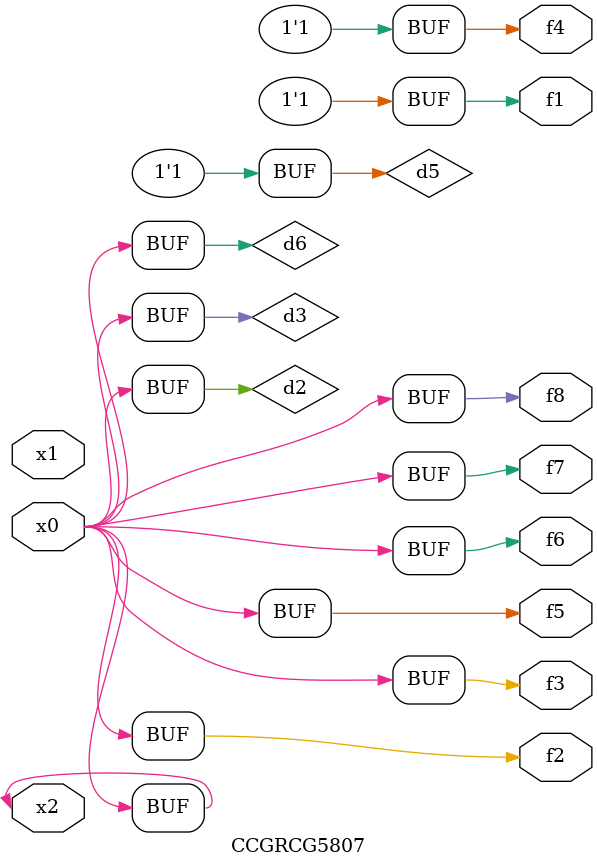
<source format=v>
module CCGRCG5807(
	input x0, x1, x2,
	output f1, f2, f3, f4, f5, f6, f7, f8
);

	wire d1, d2, d3, d4, d5, d6;

	xnor (d1, x2);
	buf (d2, x0, x2);
	and (d3, x0);
	xnor (d4, x1, x2);
	nand (d5, d1, d3);
	buf (d6, d2, d3);
	assign f1 = d5;
	assign f2 = d6;
	assign f3 = d6;
	assign f4 = d5;
	assign f5 = d6;
	assign f6 = d6;
	assign f7 = d6;
	assign f8 = d6;
endmodule

</source>
